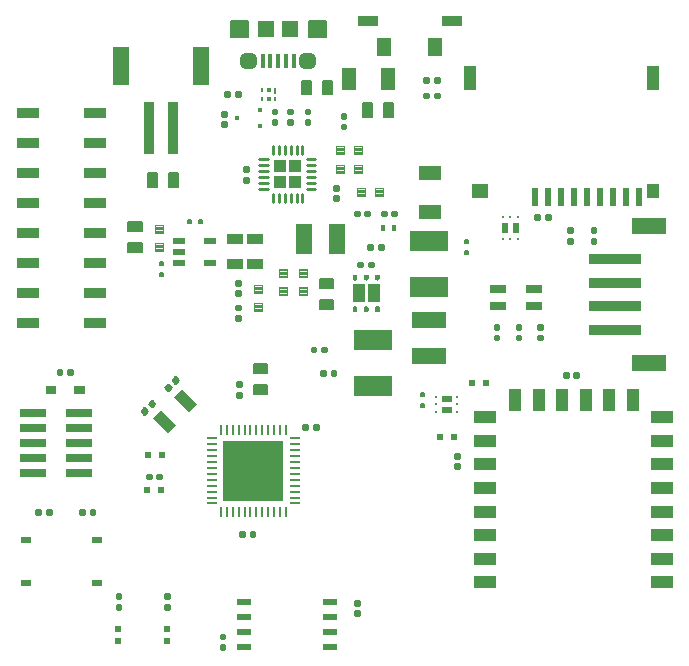
<source format=gtp>
G04 EAGLE Gerber RS-274X export*
G75*
%MOMM*%
%FSLAX34Y34*%
%LPD*%
%INTop Paste*%
%IPPOS*%
%AMOC8*
5,1,8,0,0,1.08239X$1,22.5*%
G01*
%ADD10R,1.080000X2.080000*%
%ADD11R,1.080000X1.280000*%
%ADD12R,1.460000X1.260000*%
%ADD13R,0.600000X1.500000*%
%ADD14R,0.600000X0.500000*%
%ADD15R,3.210000X1.710000*%
%ADD16R,2.300000X0.660000*%
%ADD17R,4.400000X0.900000*%
%ADD18R,2.840000X1.440000*%
%ADD19C,0.230000*%
%ADD20R,1.000000X1.000000*%
%ADD21R,1.250000X0.500000*%
%ADD22R,0.400000X0.550000*%
%ADD23R,1.440000X2.540000*%
%ADD24R,1.880000X1.080000*%
%ADD25R,1.080000X1.880000*%
%ADD26R,5.050000X5.050000*%
%ADD27R,0.900000X0.200000*%
%ADD28R,0.200000X0.900000*%
%ADD29R,0.200000X0.225000*%
%ADD30R,0.513000X0.850000*%
%ADD31R,0.225000X0.200000*%
%ADD32R,0.850000X0.513000*%
%ADD33R,1.143000X1.905000*%
%ADD34C,0.155447*%
%ADD35R,2.945000X1.395000*%
%ADD36R,1.905000X1.143000*%
%ADD37C,0.219350*%
%ADD38R,0.250000X0.500000*%
%ADD39R,0.250000X0.450000*%
%ADD40R,0.300000X0.450000*%
%ADD41C,0.118350*%
%ADD42C,0.152000*%
%ADD43C,0.098000*%
%ADD44R,0.400000X0.400000*%
%ADD45R,1.900000X0.900000*%
%ADD46R,0.900000X0.600000*%
%ADD47R,1.400000X0.700000*%
%ADD48R,1.100000X0.590000*%
%ADD49R,1.350000X0.900000*%
%ADD50R,1.790000X0.990000*%
%ADD51R,1.257300X1.638300*%
%ADD52R,1.676400X0.914400*%
%ADD53R,0.306400X1.246200*%
%ADD54C,0.163447*%
%ADD55C,0.989819*%
%ADD56R,1.473200X1.371600*%
%ADD57R,0.900000X4.500000*%
%ADD58R,1.440000X3.240000*%

G36*
X314191Y319331D02*
X314191Y319331D01*
X314208Y319328D01*
X314258Y319350D01*
X314309Y319365D01*
X314320Y319378D01*
X314336Y319385D01*
X314366Y319430D01*
X314401Y319470D01*
X314404Y319487D01*
X314413Y319502D01*
X314424Y319575D01*
X314424Y334575D01*
X314419Y334591D01*
X314422Y334608D01*
X314400Y334658D01*
X314385Y334709D01*
X314372Y334720D01*
X314365Y334736D01*
X314320Y334766D01*
X314280Y334801D01*
X314263Y334804D01*
X314249Y334813D01*
X314175Y334824D01*
X304675Y334824D01*
X304659Y334819D01*
X304642Y334822D01*
X304592Y334800D01*
X304541Y334785D01*
X304530Y334772D01*
X304514Y334765D01*
X304484Y334720D01*
X304449Y334680D01*
X304446Y334663D01*
X304437Y334649D01*
X304426Y334575D01*
X304426Y319575D01*
X304431Y319559D01*
X304428Y319542D01*
X304450Y319492D01*
X304465Y319441D01*
X304478Y319430D01*
X304485Y319414D01*
X304530Y319384D01*
X304570Y319349D01*
X304587Y319346D01*
X304602Y319337D01*
X304675Y319326D01*
X314175Y319326D01*
X314191Y319331D01*
G37*
G36*
X301691Y319331D02*
X301691Y319331D01*
X301708Y319328D01*
X301758Y319350D01*
X301809Y319365D01*
X301820Y319378D01*
X301836Y319385D01*
X301866Y319430D01*
X301901Y319470D01*
X301904Y319487D01*
X301913Y319502D01*
X301924Y319575D01*
X301924Y334575D01*
X301919Y334591D01*
X301922Y334608D01*
X301900Y334658D01*
X301885Y334709D01*
X301872Y334720D01*
X301865Y334736D01*
X301820Y334766D01*
X301780Y334801D01*
X301763Y334804D01*
X301749Y334813D01*
X301675Y334824D01*
X292175Y334824D01*
X292159Y334819D01*
X292142Y334822D01*
X292092Y334800D01*
X292041Y334785D01*
X292030Y334772D01*
X292014Y334765D01*
X291984Y334720D01*
X291949Y334680D01*
X291946Y334663D01*
X291937Y334649D01*
X291926Y334575D01*
X291926Y319575D01*
X291931Y319559D01*
X291928Y319542D01*
X291950Y319492D01*
X291965Y319441D01*
X291978Y319430D01*
X291985Y319414D01*
X292030Y319384D01*
X292070Y319349D01*
X292087Y319346D01*
X292102Y319337D01*
X292175Y319326D01*
X301675Y319326D01*
X301691Y319331D01*
G37*
G36*
X313160Y337888D02*
X313160Y337888D01*
X313167Y337890D01*
X313223Y337904D01*
X313645Y338079D01*
X313651Y338084D01*
X313702Y338112D01*
X314064Y338390D01*
X314068Y338395D01*
X314110Y338436D01*
X314388Y338798D01*
X314391Y338805D01*
X314421Y338855D01*
X314596Y339277D01*
X314596Y339284D01*
X314613Y339340D01*
X314672Y339792D01*
X314671Y339802D01*
X314674Y339825D01*
X314674Y342325D01*
X314671Y342337D01*
X314672Y342346D01*
X314671Y342349D01*
X314672Y342358D01*
X314650Y342408D01*
X314635Y342459D01*
X314622Y342470D01*
X314615Y342486D01*
X314570Y342516D01*
X314530Y342551D01*
X314513Y342554D01*
X314499Y342563D01*
X314425Y342574D01*
X310925Y342574D01*
X310909Y342569D01*
X310892Y342572D01*
X310842Y342550D01*
X310791Y342535D01*
X310780Y342522D01*
X310764Y342515D01*
X310734Y342470D01*
X310699Y342430D01*
X310696Y342413D01*
X310687Y342399D01*
X310676Y342325D01*
X310676Y339825D01*
X310678Y339816D01*
X310678Y339792D01*
X310738Y339340D01*
X310740Y339333D01*
X310754Y339277D01*
X310929Y338855D01*
X310934Y338849D01*
X310962Y338798D01*
X311240Y338436D01*
X311245Y338432D01*
X311286Y338390D01*
X311648Y338112D01*
X311655Y338109D01*
X311705Y338079D01*
X312127Y337904D01*
X312134Y337904D01*
X312190Y337888D01*
X312642Y337828D01*
X312650Y337829D01*
X312708Y337828D01*
X313160Y337888D01*
G37*
G36*
X303660Y337888D02*
X303660Y337888D01*
X303667Y337890D01*
X303723Y337904D01*
X304145Y338079D01*
X304151Y338084D01*
X304202Y338112D01*
X304564Y338390D01*
X304568Y338395D01*
X304610Y338436D01*
X304888Y338798D01*
X304891Y338805D01*
X304921Y338855D01*
X305096Y339277D01*
X305096Y339284D01*
X305113Y339340D01*
X305172Y339792D01*
X305171Y339802D01*
X305174Y339825D01*
X305174Y342325D01*
X305171Y342337D01*
X305172Y342346D01*
X305171Y342349D01*
X305172Y342358D01*
X305150Y342408D01*
X305135Y342459D01*
X305122Y342470D01*
X305115Y342486D01*
X305070Y342516D01*
X305030Y342551D01*
X305013Y342554D01*
X304999Y342563D01*
X304925Y342574D01*
X301425Y342574D01*
X301409Y342569D01*
X301392Y342572D01*
X301342Y342550D01*
X301291Y342535D01*
X301280Y342522D01*
X301264Y342515D01*
X301234Y342470D01*
X301199Y342430D01*
X301196Y342413D01*
X301187Y342399D01*
X301176Y342325D01*
X301176Y339825D01*
X301178Y339816D01*
X301178Y339792D01*
X301238Y339340D01*
X301240Y339333D01*
X301254Y339277D01*
X301429Y338855D01*
X301434Y338849D01*
X301462Y338798D01*
X301740Y338436D01*
X301745Y338432D01*
X301786Y338390D01*
X302148Y338112D01*
X302155Y338109D01*
X302205Y338079D01*
X302627Y337904D01*
X302634Y337904D01*
X302690Y337888D01*
X303142Y337828D01*
X303150Y337829D01*
X303208Y337828D01*
X303660Y337888D01*
G37*
G36*
X294160Y337888D02*
X294160Y337888D01*
X294167Y337890D01*
X294223Y337904D01*
X294645Y338079D01*
X294651Y338084D01*
X294702Y338112D01*
X295064Y338390D01*
X295068Y338395D01*
X295110Y338436D01*
X295388Y338798D01*
X295391Y338805D01*
X295421Y338855D01*
X295596Y339277D01*
X295596Y339284D01*
X295613Y339340D01*
X295672Y339792D01*
X295671Y339802D01*
X295674Y339825D01*
X295674Y342325D01*
X295671Y342337D01*
X295672Y342346D01*
X295671Y342349D01*
X295672Y342358D01*
X295650Y342408D01*
X295635Y342459D01*
X295622Y342470D01*
X295615Y342486D01*
X295570Y342516D01*
X295530Y342551D01*
X295513Y342554D01*
X295499Y342563D01*
X295425Y342574D01*
X291925Y342574D01*
X291909Y342569D01*
X291892Y342572D01*
X291842Y342550D01*
X291791Y342535D01*
X291780Y342522D01*
X291764Y342515D01*
X291734Y342470D01*
X291699Y342430D01*
X291696Y342413D01*
X291687Y342399D01*
X291676Y342325D01*
X291676Y339825D01*
X291678Y339816D01*
X291678Y339792D01*
X291738Y339340D01*
X291740Y339333D01*
X291754Y339277D01*
X291929Y338855D01*
X291934Y338849D01*
X291962Y338798D01*
X292240Y338436D01*
X292245Y338432D01*
X292286Y338390D01*
X292648Y338112D01*
X292655Y338109D01*
X292705Y338079D01*
X293127Y337904D01*
X293134Y337904D01*
X293190Y337888D01*
X293642Y337828D01*
X293650Y337829D01*
X293708Y337828D01*
X294160Y337888D01*
G37*
G36*
X314441Y311581D02*
X314441Y311581D01*
X314458Y311578D01*
X314508Y311600D01*
X314559Y311615D01*
X314570Y311628D01*
X314586Y311635D01*
X314616Y311680D01*
X314651Y311720D01*
X314654Y311737D01*
X314663Y311752D01*
X314674Y311825D01*
X314674Y314325D01*
X314672Y314334D01*
X314672Y314358D01*
X314613Y314810D01*
X314610Y314817D01*
X314596Y314873D01*
X314421Y315295D01*
X314416Y315301D01*
X314388Y315352D01*
X314110Y315714D01*
X314105Y315718D01*
X314103Y315720D01*
X314101Y315725D01*
X314093Y315730D01*
X314064Y315760D01*
X313702Y316038D01*
X313695Y316041D01*
X313645Y316071D01*
X313223Y316246D01*
X313216Y316246D01*
X313160Y316263D01*
X312708Y316322D01*
X312700Y316321D01*
X312642Y316322D01*
X312190Y316263D01*
X312183Y316260D01*
X312127Y316246D01*
X311705Y316071D01*
X311699Y316066D01*
X311648Y316038D01*
X311286Y315760D01*
X311282Y315755D01*
X311240Y315714D01*
X310962Y315352D01*
X310959Y315345D01*
X310929Y315295D01*
X310754Y314873D01*
X310754Y314866D01*
X310738Y314810D01*
X310678Y314358D01*
X310679Y314348D01*
X310676Y314325D01*
X310676Y311825D01*
X310681Y311809D01*
X310678Y311792D01*
X310700Y311742D01*
X310715Y311691D01*
X310728Y311680D01*
X310735Y311664D01*
X310780Y311634D01*
X310820Y311599D01*
X310837Y311596D01*
X310852Y311587D01*
X310925Y311576D01*
X314425Y311576D01*
X314441Y311581D01*
G37*
G36*
X304941Y311581D02*
X304941Y311581D01*
X304958Y311578D01*
X305008Y311600D01*
X305059Y311615D01*
X305070Y311628D01*
X305086Y311635D01*
X305116Y311680D01*
X305151Y311720D01*
X305154Y311737D01*
X305163Y311752D01*
X305174Y311825D01*
X305174Y314325D01*
X305172Y314334D01*
X305172Y314358D01*
X305113Y314810D01*
X305110Y314817D01*
X305096Y314873D01*
X304921Y315295D01*
X304916Y315301D01*
X304888Y315352D01*
X304610Y315714D01*
X304605Y315718D01*
X304603Y315720D01*
X304601Y315725D01*
X304593Y315730D01*
X304564Y315760D01*
X304202Y316038D01*
X304195Y316041D01*
X304145Y316071D01*
X303723Y316246D01*
X303716Y316246D01*
X303660Y316263D01*
X303208Y316322D01*
X303200Y316321D01*
X303142Y316322D01*
X302690Y316263D01*
X302683Y316260D01*
X302627Y316246D01*
X302205Y316071D01*
X302199Y316066D01*
X302148Y316038D01*
X301786Y315760D01*
X301782Y315755D01*
X301740Y315714D01*
X301462Y315352D01*
X301459Y315345D01*
X301429Y315295D01*
X301254Y314873D01*
X301254Y314866D01*
X301238Y314810D01*
X301178Y314358D01*
X301179Y314348D01*
X301176Y314325D01*
X301176Y311825D01*
X301181Y311809D01*
X301178Y311792D01*
X301200Y311742D01*
X301215Y311691D01*
X301228Y311680D01*
X301235Y311664D01*
X301280Y311634D01*
X301320Y311599D01*
X301337Y311596D01*
X301352Y311587D01*
X301425Y311576D01*
X304925Y311576D01*
X304941Y311581D01*
G37*
G36*
X295441Y311581D02*
X295441Y311581D01*
X295458Y311578D01*
X295508Y311600D01*
X295559Y311615D01*
X295570Y311628D01*
X295586Y311635D01*
X295616Y311680D01*
X295651Y311720D01*
X295654Y311737D01*
X295663Y311752D01*
X295674Y311825D01*
X295674Y314325D01*
X295672Y314334D01*
X295672Y314358D01*
X295613Y314810D01*
X295610Y314817D01*
X295596Y314873D01*
X295421Y315295D01*
X295416Y315301D01*
X295388Y315352D01*
X295110Y315714D01*
X295105Y315718D01*
X295103Y315720D01*
X295101Y315725D01*
X295093Y315730D01*
X295064Y315760D01*
X294702Y316038D01*
X294695Y316041D01*
X294645Y316071D01*
X294223Y316246D01*
X294216Y316246D01*
X294160Y316263D01*
X293708Y316322D01*
X293700Y316321D01*
X293642Y316322D01*
X293190Y316263D01*
X293183Y316260D01*
X293127Y316246D01*
X292705Y316071D01*
X292699Y316066D01*
X292648Y316038D01*
X292286Y315760D01*
X292282Y315755D01*
X292240Y315714D01*
X291962Y315352D01*
X291959Y315345D01*
X291929Y315295D01*
X291754Y314873D01*
X291754Y314866D01*
X291738Y314810D01*
X291678Y314358D01*
X291679Y314348D01*
X291676Y314325D01*
X291676Y311825D01*
X291681Y311809D01*
X291678Y311792D01*
X291700Y311742D01*
X291715Y311691D01*
X291728Y311680D01*
X291735Y311664D01*
X291780Y311634D01*
X291820Y311599D01*
X291837Y311596D01*
X291852Y311587D01*
X291925Y311576D01*
X295425Y311576D01*
X295441Y311581D01*
G37*
D10*
X545889Y509333D03*
X390889Y509333D03*
D11*
X545889Y413333D03*
D12*
X399889Y413333D03*
D13*
X445889Y408333D03*
X456889Y408333D03*
X467889Y408333D03*
X478889Y408333D03*
X489889Y408333D03*
X500889Y408333D03*
X511889Y408333D03*
X522889Y408333D03*
X533889Y408333D03*
D14*
X404310Y250733D03*
X392310Y250733D03*
X377206Y205527D03*
X365206Y205527D03*
D15*
X309003Y248694D03*
X309003Y287694D03*
D14*
X117630Y160060D03*
X129630Y160060D03*
D16*
X21275Y200575D03*
X60075Y200575D03*
X21275Y187874D03*
X21275Y175173D03*
X21275Y213276D03*
X21275Y225977D03*
X60075Y213276D03*
X60075Y225977D03*
X60075Y187874D03*
X60075Y175173D03*
D17*
X514175Y356075D03*
X514175Y336075D03*
X514175Y316075D03*
X514175Y296075D03*
D18*
X542405Y384075D03*
X542405Y268075D03*
D19*
X244175Y445075D02*
X244175Y452075D01*
X253175Y440575D02*
X260175Y440575D01*
X249175Y445075D02*
X249175Y452075D01*
X253175Y435575D02*
X260175Y435575D01*
X260175Y430575D02*
X253175Y430575D01*
X253175Y425575D02*
X260175Y425575D01*
X260175Y420575D02*
X253175Y420575D01*
X253175Y415575D02*
X260175Y415575D01*
X249175Y411075D02*
X249175Y404075D01*
X239175Y404075D02*
X239175Y411075D01*
X234175Y411075D02*
X234175Y404075D01*
X239175Y445075D02*
X239175Y452075D01*
X234175Y452075D02*
X234175Y445075D01*
X229175Y445075D02*
X229175Y452075D01*
X224175Y452075D02*
X224175Y445075D01*
X219675Y440575D02*
X212675Y440575D01*
X212675Y435575D02*
X219675Y435575D01*
X219675Y430575D02*
X212675Y430575D01*
X212675Y425575D02*
X219675Y425575D01*
X219675Y420575D02*
X212675Y420575D01*
X212675Y415575D02*
X219675Y415575D01*
X224175Y411075D02*
X224175Y404075D01*
X229175Y404075D02*
X229175Y411075D01*
X244175Y411075D02*
X244175Y404075D01*
D20*
X243175Y421575D03*
X243175Y434575D03*
X230175Y434575D03*
X230175Y421575D03*
D21*
X199925Y27575D03*
X199925Y40075D03*
X199925Y52575D03*
X199925Y65575D03*
X272425Y27575D03*
X272425Y40075D03*
X272425Y53075D03*
X272425Y65575D03*
D22*
X326675Y382075D03*
X317675Y382075D03*
D23*
X278675Y372575D03*
X250675Y372575D03*
D24*
X553675Y82175D03*
X553675Y102175D03*
X553675Y122175D03*
X553675Y142175D03*
X553675Y162175D03*
X553675Y182175D03*
X553675Y202175D03*
X553675Y222175D03*
D25*
X529075Y236575D03*
X509075Y236575D03*
X489075Y236575D03*
X469075Y236575D03*
X449075Y236575D03*
X429075Y236575D03*
D24*
X403675Y222175D03*
X403675Y202175D03*
X403675Y182175D03*
X403675Y162175D03*
X403675Y142175D03*
X403675Y122175D03*
X403675Y102175D03*
X403675Y82175D03*
D26*
X207675Y176575D03*
D27*
X242675Y179075D03*
X242675Y184075D03*
X242675Y189075D03*
X242675Y194075D03*
X242675Y199075D03*
X242675Y174075D03*
X242675Y169075D03*
X242675Y164075D03*
X242675Y159075D03*
X242675Y154075D03*
X242675Y149075D03*
X242675Y204075D03*
D28*
X205175Y211575D03*
X200175Y211575D03*
X195175Y211575D03*
X190175Y211575D03*
X185175Y211575D03*
X210175Y211575D03*
X215175Y211575D03*
X220175Y211575D03*
X225175Y211575D03*
X230175Y211575D03*
X235175Y211575D03*
X180175Y211575D03*
D27*
X172675Y179075D03*
X172675Y184075D03*
X172675Y189075D03*
X172675Y194075D03*
X172675Y199075D03*
X172675Y174075D03*
X172675Y169075D03*
X172675Y164075D03*
X172675Y159075D03*
X172675Y154075D03*
X172675Y149075D03*
X172675Y204075D03*
D28*
X205175Y141575D03*
X200175Y141575D03*
X195175Y141575D03*
X190175Y141575D03*
X185175Y141575D03*
X210175Y141575D03*
X215175Y141575D03*
X220175Y141575D03*
X225175Y141575D03*
X230175Y141575D03*
X235175Y141575D03*
X180175Y141575D03*
D15*
X356675Y371075D03*
X356675Y332075D03*
D29*
X431675Y391200D03*
X425175Y391200D03*
X418675Y391200D03*
X418675Y372950D03*
X425175Y372950D03*
X431675Y372950D03*
D30*
X429840Y382075D03*
X420510Y382075D03*
D31*
X362050Y239575D03*
X362050Y233075D03*
X362050Y226575D03*
X380300Y226575D03*
X380300Y233075D03*
X380300Y239575D03*
D32*
X371175Y237740D03*
X371175Y228410D03*
D33*
X322010Y508500D03*
X288990Y508500D03*
D34*
X318595Y487700D02*
X326185Y487700D01*
X326185Y476300D01*
X318595Y476300D01*
X318595Y487700D01*
X318595Y477776D02*
X326185Y477776D01*
X326185Y479252D02*
X318595Y479252D01*
X318595Y480728D02*
X326185Y480728D01*
X326185Y482204D02*
X318595Y482204D01*
X318595Y483680D02*
X326185Y483680D01*
X326185Y485156D02*
X318595Y485156D01*
X318595Y486632D02*
X326185Y486632D01*
X308405Y487700D02*
X300815Y487700D01*
X308405Y487700D02*
X308405Y476300D01*
X300815Y476300D01*
X300815Y487700D01*
X300815Y477776D02*
X308405Y477776D01*
X308405Y479252D02*
X300815Y479252D01*
X300815Y480728D02*
X308405Y480728D01*
X308405Y482204D02*
X300815Y482204D01*
X300815Y483680D02*
X308405Y483680D01*
X308405Y485156D02*
X300815Y485156D01*
X300815Y486632D02*
X308405Y486632D01*
D35*
X356000Y304000D03*
X356000Y274000D03*
D36*
X357000Y429010D03*
X357000Y395990D03*
D34*
X275200Y321405D02*
X275200Y313815D01*
X263800Y313815D01*
X263800Y321405D01*
X275200Y321405D01*
X275200Y315291D02*
X263800Y315291D01*
X263800Y316767D02*
X275200Y316767D01*
X275200Y318243D02*
X263800Y318243D01*
X263800Y319719D02*
X275200Y319719D01*
X275200Y321195D02*
X263800Y321195D01*
X275200Y331595D02*
X275200Y339185D01*
X275200Y331595D02*
X263800Y331595D01*
X263800Y339185D01*
X275200Y339185D01*
X275200Y333071D02*
X263800Y333071D01*
X263800Y334547D02*
X275200Y334547D01*
X275200Y336023D02*
X263800Y336023D01*
X263800Y337499D02*
X275200Y337499D01*
X275200Y338975D02*
X263800Y338975D01*
D37*
X296477Y349922D02*
X299633Y349922D01*
X296477Y349922D02*
X296477Y353078D01*
X299633Y353078D01*
X299633Y349922D01*
X299633Y352006D02*
X296477Y352006D01*
X305367Y349922D02*
X308523Y349922D01*
X305367Y349922D02*
X305367Y353078D01*
X308523Y353078D01*
X308523Y349922D01*
X308523Y352006D02*
X305367Y352006D01*
D38*
X225750Y498500D03*
D39*
X225750Y491250D03*
D40*
X220500Y498750D03*
X220500Y491250D03*
D39*
X215250Y498750D03*
X215250Y491250D03*
D41*
X292767Y435353D02*
X299473Y435353D01*
X299473Y428647D01*
X292767Y428647D01*
X292767Y435353D01*
X292767Y429772D02*
X299473Y429772D01*
X299473Y430897D02*
X292767Y430897D01*
X292767Y432022D02*
X299473Y432022D01*
X299473Y433147D02*
X292767Y433147D01*
X292767Y434272D02*
X299473Y434272D01*
X284233Y435353D02*
X277527Y435353D01*
X284233Y435353D02*
X284233Y428647D01*
X277527Y428647D01*
X277527Y435353D01*
X277527Y429772D02*
X284233Y429772D01*
X284233Y430897D02*
X277527Y430897D01*
X277527Y432022D02*
X284233Y432022D01*
X284233Y433147D02*
X277527Y433147D01*
X277527Y434272D02*
X284233Y434272D01*
X292767Y451353D02*
X299473Y451353D01*
X299473Y444647D01*
X292767Y444647D01*
X292767Y451353D01*
X292767Y445772D02*
X299473Y445772D01*
X299473Y446897D02*
X292767Y446897D01*
X292767Y448022D02*
X299473Y448022D01*
X299473Y449147D02*
X292767Y449147D01*
X292767Y450272D02*
X299473Y450272D01*
X284233Y451353D02*
X277527Y451353D01*
X284233Y451353D02*
X284233Y444647D01*
X277527Y444647D01*
X277527Y451353D01*
X277527Y445772D02*
X284233Y445772D01*
X284233Y446897D02*
X277527Y446897D01*
X277527Y448022D02*
X284233Y448022D01*
X284233Y449147D02*
X277527Y449147D01*
X277527Y450272D02*
X284233Y450272D01*
D37*
X203078Y424633D02*
X203078Y421477D01*
X199922Y421477D01*
X199922Y424633D01*
X203078Y424633D01*
X203078Y423561D02*
X199922Y423561D01*
X203078Y430367D02*
X203078Y433523D01*
X203078Y430367D02*
X199922Y430367D01*
X199922Y433523D01*
X203078Y433523D01*
X203078Y432451D02*
X199922Y432451D01*
X302367Y396078D02*
X305523Y396078D01*
X305523Y392922D01*
X302367Y392922D01*
X302367Y396078D01*
X302367Y395006D02*
X305523Y395006D01*
X296633Y396078D02*
X293477Y396078D01*
X296633Y396078D02*
X296633Y392922D01*
X293477Y392922D01*
X293477Y396078D01*
X293477Y395006D02*
X296633Y395006D01*
X325367Y396078D02*
X328523Y396078D01*
X328523Y392922D01*
X325367Y392922D01*
X325367Y396078D01*
X325367Y395006D02*
X328523Y395006D01*
X319633Y396078D02*
X316477Y396078D01*
X319633Y396078D02*
X319633Y392922D01*
X316477Y392922D01*
X316477Y396078D01*
X316477Y395006D02*
X319633Y395006D01*
X275922Y414867D02*
X275922Y418023D01*
X279078Y418023D01*
X279078Y414867D01*
X275922Y414867D01*
X275922Y416951D02*
X279078Y416951D01*
X275922Y409133D02*
X275922Y405977D01*
X275922Y409133D02*
X279078Y409133D01*
X279078Y405977D01*
X275922Y405977D01*
X275922Y408061D02*
X279078Y408061D01*
D41*
X235853Y332233D02*
X235853Y325527D01*
X229147Y325527D01*
X229147Y332233D01*
X235853Y332233D01*
X235853Y326652D02*
X229147Y326652D01*
X229147Y327777D02*
X235853Y327777D01*
X235853Y328902D02*
X229147Y328902D01*
X229147Y330027D02*
X235853Y330027D01*
X235853Y331152D02*
X229147Y331152D01*
X235853Y340767D02*
X235853Y347473D01*
X235853Y340767D02*
X229147Y340767D01*
X229147Y347473D01*
X235853Y347473D01*
X235853Y341892D02*
X229147Y341892D01*
X229147Y343017D02*
X235853Y343017D01*
X235853Y344142D02*
X229147Y344142D01*
X229147Y345267D02*
X235853Y345267D01*
X235853Y346392D02*
X229147Y346392D01*
X252853Y332233D02*
X252853Y325527D01*
X246147Y325527D01*
X246147Y332233D01*
X252853Y332233D01*
X252853Y326652D02*
X246147Y326652D01*
X246147Y327777D02*
X252853Y327777D01*
X252853Y328902D02*
X246147Y328902D01*
X246147Y330027D02*
X252853Y330027D01*
X252853Y331152D02*
X246147Y331152D01*
X252853Y340767D02*
X252853Y347473D01*
X252853Y340767D02*
X246147Y340767D01*
X246147Y347473D01*
X252853Y347473D01*
X252853Y341892D02*
X246147Y341892D01*
X246147Y343017D02*
X252853Y343017D01*
X252853Y344142D02*
X246147Y344142D01*
X246147Y345267D02*
X252853Y345267D01*
X252853Y346392D02*
X246147Y346392D01*
D37*
X137588Y247357D02*
X135357Y245126D01*
X133126Y247357D01*
X135357Y249588D01*
X137588Y247357D01*
X137441Y247210D02*
X133273Y247210D01*
X135063Y249294D02*
X135651Y249294D01*
X141643Y251412D02*
X143874Y253643D01*
X141643Y251412D02*
X139412Y253643D01*
X141643Y255874D01*
X143874Y253643D01*
X143727Y253496D02*
X139559Y253496D01*
X141349Y255580D02*
X141937Y255580D01*
X121643Y235874D02*
X119412Y233643D01*
X121643Y235874D02*
X123874Y233643D01*
X121643Y231412D01*
X119412Y233643D01*
X119559Y233496D02*
X123727Y233496D01*
X121937Y235580D02*
X121349Y235580D01*
X115357Y229588D02*
X113126Y227357D01*
X115357Y229588D02*
X117588Y227357D01*
X115357Y225126D01*
X113126Y227357D01*
X113273Y227210D02*
X117441Y227210D01*
X115651Y229294D02*
X115063Y229294D01*
X264977Y257922D02*
X268133Y257922D01*
X264977Y257922D02*
X264977Y261078D01*
X268133Y261078D01*
X268133Y257922D01*
X268133Y260006D02*
X264977Y260006D01*
X273867Y257922D02*
X277023Y257922D01*
X273867Y257922D02*
X273867Y261078D01*
X277023Y261078D01*
X277023Y257922D01*
X277023Y260006D02*
X273867Y260006D01*
X260133Y277922D02*
X256977Y277922D01*
X256977Y281078D01*
X260133Y281078D01*
X260133Y277922D01*
X260133Y280006D02*
X256977Y280006D01*
X265867Y277922D02*
X269023Y277922D01*
X265867Y277922D02*
X265867Y281078D01*
X269023Y281078D01*
X269023Y277922D01*
X269023Y280006D02*
X265867Y280006D01*
X36023Y143578D02*
X32867Y143578D01*
X36023Y143578D02*
X36023Y140422D01*
X32867Y140422D01*
X32867Y143578D01*
X32867Y142506D02*
X36023Y142506D01*
X27133Y143578D02*
X23977Y143578D01*
X27133Y143578D02*
X27133Y140422D01*
X23977Y140422D01*
X23977Y143578D01*
X23977Y142506D02*
X27133Y142506D01*
X41977Y258922D02*
X45133Y258922D01*
X41977Y258922D02*
X41977Y262078D01*
X45133Y262078D01*
X45133Y258922D01*
X45133Y261006D02*
X41977Y261006D01*
X50867Y258922D02*
X54023Y258922D01*
X50867Y258922D02*
X50867Y262078D01*
X54023Y262078D01*
X54023Y258922D01*
X54023Y261006D02*
X50867Y261006D01*
X126367Y173578D02*
X129523Y173578D01*
X129523Y170422D01*
X126367Y170422D01*
X126367Y173578D01*
X126367Y172506D02*
X129523Y172506D01*
X120633Y173578D02*
X117477Y173578D01*
X120633Y173578D02*
X120633Y170422D01*
X117477Y170422D01*
X117477Y173578D01*
X117477Y172506D02*
X120633Y172506D01*
X205367Y124578D02*
X208523Y124578D01*
X208523Y121422D01*
X205367Y121422D01*
X205367Y124578D01*
X205367Y123506D02*
X208523Y123506D01*
X199633Y124578D02*
X196477Y124578D01*
X199633Y124578D02*
X199633Y121422D01*
X196477Y121422D01*
X196477Y124578D01*
X196477Y123506D02*
X199633Y123506D01*
X193922Y248367D02*
X193922Y251523D01*
X197078Y251523D01*
X197078Y248367D01*
X193922Y248367D01*
X193922Y250451D02*
X197078Y250451D01*
X193922Y242633D02*
X193922Y239477D01*
X193922Y242633D02*
X197078Y242633D01*
X197078Y239477D01*
X193922Y239477D01*
X193922Y241561D02*
X197078Y241561D01*
X258867Y215578D02*
X262023Y215578D01*
X262023Y212422D01*
X258867Y212422D01*
X258867Y215578D01*
X258867Y214506D02*
X262023Y214506D01*
X253133Y215578D02*
X249977Y215578D01*
X253133Y215578D02*
X253133Y212422D01*
X249977Y212422D01*
X249977Y215578D01*
X249977Y214506D02*
X253133Y214506D01*
X352477Y505922D02*
X355633Y505922D01*
X352477Y505922D02*
X352477Y509078D01*
X355633Y509078D01*
X355633Y505922D01*
X355633Y508006D02*
X352477Y508006D01*
X361367Y505922D02*
X364523Y505922D01*
X361367Y505922D02*
X361367Y509078D01*
X364523Y509078D01*
X364523Y505922D01*
X364523Y508006D02*
X361367Y508006D01*
D14*
X118000Y190500D03*
X130000Y190500D03*
D37*
X132922Y72023D02*
X132922Y68867D01*
X132922Y72023D02*
X136078Y72023D01*
X136078Y68867D01*
X132922Y68867D01*
X132922Y70951D02*
X136078Y70951D01*
X132922Y63133D02*
X132922Y59977D01*
X132922Y63133D02*
X136078Y63133D01*
X136078Y59977D01*
X132922Y59977D01*
X132922Y62061D02*
X136078Y62061D01*
X91922Y68867D02*
X91922Y72023D01*
X95078Y72023D01*
X95078Y68867D01*
X91922Y68867D01*
X91922Y70951D02*
X95078Y70951D01*
X91922Y63133D02*
X91922Y59977D01*
X91922Y63133D02*
X95078Y63133D01*
X95078Y59977D01*
X91922Y59977D01*
X91922Y62061D02*
X95078Y62061D01*
X415078Y287977D02*
X415078Y291133D01*
X415078Y287977D02*
X411922Y287977D01*
X411922Y291133D01*
X415078Y291133D01*
X415078Y290061D02*
X411922Y290061D01*
X415078Y296867D02*
X415078Y300023D01*
X415078Y296867D02*
X411922Y296867D01*
X411922Y300023D01*
X415078Y300023D01*
X415078Y298951D02*
X411922Y298951D01*
X452078Y291133D02*
X452078Y287977D01*
X448922Y287977D01*
X448922Y291133D01*
X452078Y291133D01*
X452078Y290061D02*
X448922Y290061D01*
X452078Y296867D02*
X452078Y300023D01*
X452078Y296867D02*
X448922Y296867D01*
X448922Y300023D01*
X452078Y300023D01*
X452078Y298951D02*
X448922Y298951D01*
X433578Y291133D02*
X433578Y287977D01*
X430422Y287977D01*
X430422Y291133D01*
X433578Y291133D01*
X433578Y290061D02*
X430422Y290061D01*
X433578Y296867D02*
X433578Y300023D01*
X433578Y296867D02*
X430422Y296867D01*
X430422Y300023D01*
X433578Y300023D01*
X433578Y298951D02*
X430422Y298951D01*
X73023Y143578D02*
X69867Y143578D01*
X73023Y143578D02*
X73023Y140422D01*
X69867Y140422D01*
X69867Y143578D01*
X69867Y142506D02*
X73023Y142506D01*
X64133Y143578D02*
X60977Y143578D01*
X64133Y143578D02*
X64133Y140422D01*
X60977Y140422D01*
X60977Y143578D01*
X60977Y142506D02*
X64133Y142506D01*
X497078Y369977D02*
X497078Y373133D01*
X497078Y369977D02*
X493922Y369977D01*
X493922Y373133D01*
X497078Y373133D01*
X497078Y372061D02*
X493922Y372061D01*
X497078Y378867D02*
X497078Y382023D01*
X497078Y378867D02*
X493922Y378867D01*
X493922Y382023D01*
X497078Y382023D01*
X497078Y380951D02*
X493922Y380951D01*
X477078Y373133D02*
X477078Y369977D01*
X473922Y369977D01*
X473922Y373133D01*
X477078Y373133D01*
X477078Y372061D02*
X473922Y372061D01*
X477078Y378867D02*
X477078Y382023D01*
X477078Y378867D02*
X473922Y378867D01*
X473922Y382023D01*
X477078Y382023D01*
X477078Y380951D02*
X473922Y380951D01*
X378422Y191023D02*
X378422Y187867D01*
X378422Y191023D02*
X381578Y191023D01*
X381578Y187867D01*
X378422Y187867D01*
X378422Y189951D02*
X381578Y189951D01*
X378422Y182133D02*
X378422Y178977D01*
X378422Y182133D02*
X381578Y182133D01*
X381578Y178977D01*
X378422Y178977D01*
X378422Y181061D02*
X381578Y181061D01*
X179922Y38023D02*
X179922Y34867D01*
X179922Y38023D02*
X183078Y38023D01*
X183078Y34867D01*
X179922Y34867D01*
X179922Y36951D02*
X183078Y36951D01*
X179922Y29133D02*
X179922Y25977D01*
X179922Y29133D02*
X183078Y29133D01*
X183078Y25977D01*
X179922Y25977D01*
X179922Y28061D02*
X183078Y28061D01*
X479367Y259578D02*
X482523Y259578D01*
X482523Y256422D01*
X479367Y256422D01*
X479367Y259578D01*
X479367Y258506D02*
X482523Y258506D01*
X473633Y259578D02*
X470477Y259578D01*
X473633Y259578D02*
X473633Y256422D01*
X470477Y256422D01*
X470477Y259578D01*
X470477Y258506D02*
X473633Y258506D01*
D42*
X352240Y233115D02*
X352240Y230635D01*
X349760Y230635D01*
X349760Y233115D01*
X352240Y233115D01*
X352240Y232079D02*
X349760Y232079D01*
X352240Y239885D02*
X352240Y242365D01*
X352240Y239885D02*
X349760Y239885D01*
X349760Y242365D01*
X352240Y242365D01*
X352240Y241329D02*
X349760Y241329D01*
X386760Y369885D02*
X386760Y372365D01*
X389240Y372365D01*
X389240Y369885D01*
X386760Y369885D01*
X386760Y371329D02*
X389240Y371329D01*
X386760Y363115D02*
X386760Y360635D01*
X386760Y363115D02*
X389240Y363115D01*
X389240Y360635D01*
X386760Y360635D01*
X386760Y362079D02*
X389240Y362079D01*
D37*
X184078Y468477D02*
X184078Y471633D01*
X184078Y468477D02*
X180922Y468477D01*
X180922Y471633D01*
X184078Y471633D01*
X184078Y470561D02*
X180922Y470561D01*
X184078Y477367D02*
X184078Y480523D01*
X184078Y477367D02*
X180922Y477367D01*
X180922Y480523D01*
X184078Y480523D01*
X184078Y479451D02*
X180922Y479451D01*
D43*
X40010Y242490D02*
X31990Y242490D01*
X31990Y248510D01*
X40010Y248510D01*
X40010Y242490D01*
X40010Y243421D02*
X31990Y243421D01*
X31990Y244352D02*
X40010Y244352D01*
X40010Y245283D02*
X31990Y245283D01*
X31990Y246214D02*
X40010Y246214D01*
X40010Y247145D02*
X31990Y247145D01*
X31990Y248076D02*
X40010Y248076D01*
X55990Y242490D02*
X64010Y242490D01*
X55990Y242490D02*
X55990Y248510D01*
X64010Y248510D01*
X64010Y242490D01*
X64010Y243421D02*
X55990Y243421D01*
X55990Y244352D02*
X64010Y244352D01*
X64010Y245283D02*
X55990Y245283D01*
X55990Y246214D02*
X64010Y246214D01*
X64010Y247145D02*
X55990Y247145D01*
X55990Y248076D02*
X64010Y248076D01*
D44*
X194000Y475500D03*
X213500Y469000D03*
X213500Y482000D03*
D37*
X196023Y497078D02*
X192867Y497078D01*
X196023Y497078D02*
X196023Y493922D01*
X192867Y493922D01*
X192867Y497078D01*
X192867Y496006D02*
X196023Y496006D01*
X187133Y497078D02*
X183977Y497078D01*
X187133Y497078D02*
X187133Y493922D01*
X183977Y493922D01*
X183977Y497078D01*
X183977Y496006D02*
X187133Y496006D01*
X223922Y482523D02*
X223922Y479367D01*
X223922Y482523D02*
X227078Y482523D01*
X227078Y479367D01*
X223922Y479367D01*
X223922Y481451D02*
X227078Y481451D01*
X223922Y473633D02*
X223922Y470477D01*
X223922Y473633D02*
X227078Y473633D01*
X227078Y470477D01*
X223922Y470477D01*
X223922Y472561D02*
X227078Y472561D01*
X236922Y479367D02*
X236922Y482523D01*
X240078Y482523D01*
X240078Y479367D01*
X236922Y479367D01*
X236922Y481451D02*
X240078Y481451D01*
X236922Y473633D02*
X236922Y470477D01*
X236922Y473633D02*
X240078Y473633D01*
X240078Y470477D01*
X236922Y470477D01*
X236922Y472561D02*
X240078Y472561D01*
X251922Y479367D02*
X251922Y482523D01*
X255078Y482523D01*
X255078Y479367D01*
X251922Y479367D01*
X251922Y481451D02*
X255078Y481451D01*
X251922Y473633D02*
X251922Y470477D01*
X251922Y473633D02*
X255078Y473633D01*
X255078Y470477D01*
X251922Y470477D01*
X251922Y472561D02*
X255078Y472561D01*
D45*
X73400Y302100D03*
X16550Y302100D03*
X73450Y327500D03*
X16550Y327500D03*
X73400Y352900D03*
X16500Y352900D03*
X73450Y378300D03*
X16550Y378300D03*
X73450Y403700D03*
X16550Y403750D03*
X73400Y429100D03*
X16550Y429100D03*
X73400Y454500D03*
X16550Y454500D03*
X73450Y479900D03*
X16550Y479900D03*
D46*
X15500Y118500D03*
X75500Y118500D03*
X15500Y81500D03*
X75500Y81500D03*
D47*
X415000Y331000D03*
X445000Y331000D03*
X445000Y316000D03*
X415000Y316000D03*
D37*
X297078Y57633D02*
X297078Y54477D01*
X293922Y54477D01*
X293922Y57633D01*
X297078Y57633D01*
X297078Y56561D02*
X293922Y56561D01*
X297078Y63367D02*
X297078Y66523D01*
X297078Y63367D02*
X293922Y63367D01*
X293922Y66523D01*
X297078Y66523D01*
X297078Y65451D02*
X293922Y65451D01*
X446477Y389922D02*
X449633Y389922D01*
X446477Y389922D02*
X446477Y393078D01*
X449633Y393078D01*
X449633Y389922D01*
X449633Y392006D02*
X446477Y392006D01*
X455367Y389922D02*
X458523Y389922D01*
X455367Y389922D02*
X455367Y393078D01*
X458523Y393078D01*
X458523Y389922D01*
X458523Y392006D02*
X455367Y392006D01*
D48*
X144999Y371500D03*
X144999Y362000D03*
X144999Y352500D03*
X171001Y352500D03*
X171001Y371500D03*
D34*
X113200Y369405D02*
X113200Y361815D01*
X101800Y361815D01*
X101800Y369405D01*
X113200Y369405D01*
X113200Y363291D02*
X101800Y363291D01*
X101800Y364767D02*
X113200Y364767D01*
X113200Y366243D02*
X101800Y366243D01*
X101800Y367719D02*
X113200Y367719D01*
X113200Y369195D02*
X101800Y369195D01*
X113200Y379595D02*
X113200Y387185D01*
X113200Y379595D02*
X101800Y379595D01*
X101800Y387185D01*
X113200Y387185D01*
X113200Y381071D02*
X101800Y381071D01*
X101800Y382547D02*
X113200Y382547D01*
X113200Y384023D02*
X101800Y384023D01*
X101800Y385499D02*
X113200Y385499D01*
X113200Y386975D02*
X101800Y386975D01*
D42*
X152635Y386260D02*
X155115Y386260D01*
X152635Y386260D02*
X152635Y388740D01*
X155115Y388740D01*
X155115Y386260D01*
X155115Y387704D02*
X152635Y387704D01*
X161885Y386260D02*
X164365Y386260D01*
X161885Y386260D02*
X161885Y388740D01*
X164365Y388740D01*
X164365Y386260D01*
X164365Y387704D02*
X161885Y387704D01*
D41*
X130853Y369233D02*
X130853Y362527D01*
X124147Y362527D01*
X124147Y369233D01*
X130853Y369233D01*
X130853Y363652D02*
X124147Y363652D01*
X124147Y364777D02*
X130853Y364777D01*
X130853Y365902D02*
X124147Y365902D01*
X124147Y367027D02*
X130853Y367027D01*
X130853Y368152D02*
X124147Y368152D01*
X130853Y377767D02*
X130853Y384473D01*
X130853Y377767D02*
X124147Y377767D01*
X124147Y384473D01*
X130853Y384473D01*
X130853Y378892D02*
X124147Y378892D01*
X124147Y380017D02*
X130853Y380017D01*
X130853Y381142D02*
X124147Y381142D01*
X124147Y382267D02*
X130853Y382267D01*
X130853Y383392D02*
X124147Y383392D01*
D49*
X192250Y352000D03*
X208750Y352000D03*
X208750Y373000D03*
X192250Y373000D03*
D34*
X125694Y417063D02*
X118104Y417063D01*
X118104Y428463D01*
X125694Y428463D01*
X125694Y417063D01*
X125694Y418539D02*
X118104Y418539D01*
X118104Y420015D02*
X125694Y420015D01*
X125694Y421491D02*
X118104Y421491D01*
X118104Y422967D02*
X125694Y422967D01*
X125694Y424443D02*
X118104Y424443D01*
X118104Y425919D02*
X125694Y425919D01*
X125694Y427395D02*
X118104Y427395D01*
X135884Y417063D02*
X143474Y417063D01*
X135884Y417063D02*
X135884Y428463D01*
X143474Y428463D01*
X143474Y417063D01*
X143474Y418539D02*
X135884Y418539D01*
X135884Y420015D02*
X143474Y420015D01*
X143474Y421491D02*
X135884Y421491D01*
X135884Y422967D02*
X143474Y422967D01*
X143474Y424443D02*
X135884Y424443D01*
X135884Y425919D02*
X143474Y425919D01*
X143474Y427395D02*
X135884Y427395D01*
D37*
X196078Y328633D02*
X196078Y325477D01*
X192922Y325477D01*
X192922Y328633D01*
X196078Y328633D01*
X196078Y327561D02*
X192922Y327561D01*
X196078Y334367D02*
X196078Y337523D01*
X196078Y334367D02*
X192922Y334367D01*
X192922Y337523D01*
X196078Y337523D01*
X196078Y336451D02*
X192922Y336451D01*
X196078Y307633D02*
X196078Y304477D01*
X192922Y304477D01*
X192922Y307633D01*
X196078Y307633D01*
X196078Y306561D02*
X192922Y306561D01*
X196078Y313367D02*
X196078Y316523D01*
X196078Y313367D02*
X192922Y313367D01*
X192922Y316523D01*
X196078Y316523D01*
X196078Y315451D02*
X192922Y315451D01*
X361367Y496078D02*
X364523Y496078D01*
X364523Y492922D01*
X361367Y492922D01*
X361367Y496078D01*
X361367Y495006D02*
X364523Y495006D01*
X355633Y496078D02*
X352477Y496078D01*
X355633Y496078D02*
X355633Y492922D01*
X352477Y492922D01*
X352477Y496078D01*
X352477Y495006D02*
X355633Y495006D01*
D42*
X131240Y344115D02*
X131240Y341635D01*
X128760Y341635D01*
X128760Y344115D01*
X131240Y344115D01*
X131240Y343079D02*
X128760Y343079D01*
X131240Y350885D02*
X131240Y353365D01*
X131240Y350885D02*
X128760Y350885D01*
X128760Y353365D01*
X131240Y353365D01*
X131240Y352329D02*
X128760Y352329D01*
D34*
X207873Y266993D02*
X207873Y259403D01*
X207873Y266993D02*
X219273Y266993D01*
X219273Y259403D01*
X207873Y259403D01*
X207873Y260879D02*
X219273Y260879D01*
X219273Y262355D02*
X207873Y262355D01*
X207873Y263831D02*
X219273Y263831D01*
X219273Y265307D02*
X207873Y265307D01*
X207873Y266783D02*
X219273Y266783D01*
X207873Y249213D02*
X207873Y241623D01*
X207873Y249213D02*
X219273Y249213D01*
X219273Y241623D01*
X207873Y241623D01*
X207873Y243099D02*
X219273Y243099D01*
X219273Y244575D02*
X207873Y244575D01*
X207873Y246051D02*
X219273Y246051D01*
X219273Y247527D02*
X207873Y247527D01*
X207873Y249003D02*
X219273Y249003D01*
D41*
X310889Y415762D02*
X317595Y415762D01*
X317595Y409056D01*
X310889Y409056D01*
X310889Y415762D01*
X310889Y410181D02*
X317595Y410181D01*
X317595Y411306D02*
X310889Y411306D01*
X310889Y412431D02*
X317595Y412431D01*
X317595Y413556D02*
X310889Y413556D01*
X310889Y414681D02*
X317595Y414681D01*
X302355Y415762D02*
X295649Y415762D01*
X302355Y415762D02*
X302355Y409056D01*
X295649Y409056D01*
X295649Y415762D01*
X295649Y410181D02*
X302355Y410181D01*
X302355Y411306D02*
X295649Y411306D01*
X295649Y412431D02*
X302355Y412431D01*
X302355Y413556D02*
X295649Y413556D01*
X295649Y414681D02*
X302355Y414681D01*
X215031Y318460D02*
X215031Y311754D01*
X208325Y311754D01*
X208325Y318460D01*
X215031Y318460D01*
X215031Y312879D02*
X208325Y312879D01*
X208325Y314004D02*
X215031Y314004D01*
X215031Y315129D02*
X208325Y315129D01*
X208325Y316254D02*
X215031Y316254D01*
X215031Y317379D02*
X208325Y317379D01*
X215031Y326994D02*
X215031Y333700D01*
X215031Y326994D02*
X208325Y326994D01*
X208325Y333700D01*
X215031Y333700D01*
X215031Y328119D02*
X208325Y328119D01*
X208325Y329244D02*
X215031Y329244D01*
X215031Y330369D02*
X208325Y330369D01*
X208325Y331494D02*
X215031Y331494D01*
X215031Y332619D02*
X208325Y332619D01*
D37*
X313910Y367778D02*
X317066Y367778D01*
X317066Y364622D01*
X313910Y364622D01*
X313910Y367778D01*
X313910Y366706D02*
X317066Y366706D01*
X308176Y367778D02*
X305020Y367778D01*
X308176Y367778D02*
X308176Y364622D01*
X305020Y364622D01*
X305020Y367778D01*
X305020Y366706D02*
X308176Y366706D01*
X285570Y466700D02*
X285570Y469856D01*
X285570Y466700D02*
X282414Y466700D01*
X282414Y469856D01*
X285570Y469856D01*
X285570Y468784D02*
X282414Y468784D01*
X285570Y475590D02*
X285570Y478746D01*
X285570Y475590D02*
X282414Y475590D01*
X282414Y478746D01*
X285570Y478746D01*
X285570Y477674D02*
X282414Y477674D01*
D50*
G36*
X129437Y228117D02*
X142093Y215461D01*
X135093Y208461D01*
X122437Y221117D01*
X129437Y228117D01*
G37*
G36*
X147114Y245795D02*
X159770Y233139D01*
X152770Y226139D01*
X140114Y238795D01*
X147114Y245795D01*
G37*
D51*
X361685Y535684D03*
X318505Y535684D03*
D52*
X375655Y557274D03*
X304535Y557274D03*
D34*
X256266Y495759D02*
X248676Y495759D01*
X248676Y507159D01*
X256266Y507159D01*
X256266Y495759D01*
X256266Y497235D02*
X248676Y497235D01*
X248676Y498711D02*
X256266Y498711D01*
X256266Y500187D02*
X248676Y500187D01*
X248676Y501663D02*
X256266Y501663D01*
X256266Y503139D02*
X248676Y503139D01*
X248676Y504615D02*
X256266Y504615D01*
X256266Y506091D02*
X248676Y506091D01*
X266456Y495759D02*
X274046Y495759D01*
X266456Y495759D02*
X266456Y507159D01*
X274046Y507159D01*
X274046Y495759D01*
X274046Y497235D02*
X266456Y497235D01*
X266456Y498711D02*
X274046Y498711D01*
X274046Y500187D02*
X266456Y500187D01*
X266456Y501663D02*
X274046Y501663D01*
X274046Y503139D02*
X266456Y503139D01*
X266456Y504615D02*
X274046Y504615D01*
X274046Y506091D02*
X266456Y506091D01*
D53*
X241833Y523691D03*
X235229Y523691D03*
X228625Y523691D03*
X222021Y523691D03*
X215417Y523691D03*
D54*
X254398Y557227D02*
X268892Y557227D01*
X268892Y544003D01*
X254398Y544003D01*
X254398Y557227D01*
X254398Y545555D02*
X268892Y545555D01*
X268892Y547107D02*
X254398Y547107D01*
X254398Y548659D02*
X268892Y548659D01*
X268892Y550211D02*
X254398Y550211D01*
X254398Y551763D02*
X268892Y551763D01*
X268892Y553315D02*
X254398Y553315D01*
X254398Y554867D02*
X268892Y554867D01*
X268892Y556419D02*
X254398Y556419D01*
X202852Y557227D02*
X188358Y557227D01*
X202852Y557227D02*
X202852Y544003D01*
X188358Y544003D01*
X188358Y557227D01*
X188358Y545555D02*
X202852Y545555D01*
X202852Y547107D02*
X188358Y547107D01*
X188358Y548659D02*
X202852Y548659D01*
X202852Y550211D02*
X188358Y550211D01*
X188358Y551763D02*
X202852Y551763D01*
X202852Y553315D02*
X188358Y553315D01*
X188358Y554867D02*
X202852Y554867D01*
X202852Y556419D02*
X188358Y556419D01*
D55*
X251551Y525087D02*
X255483Y525087D01*
X255483Y522295D01*
X251551Y522295D01*
X251551Y525087D01*
X205699Y525087D02*
X201767Y525087D01*
X205699Y525087D02*
X205699Y522295D01*
X201767Y522295D01*
X201767Y525087D01*
D56*
X238785Y550615D03*
X218465Y550615D03*
D14*
X134207Y42611D03*
X134207Y32611D03*
X93260Y42717D03*
X93260Y32717D03*
D57*
X119527Y467281D03*
X139527Y467281D03*
D58*
X95527Y519281D03*
X163527Y519281D03*
M02*

</source>
